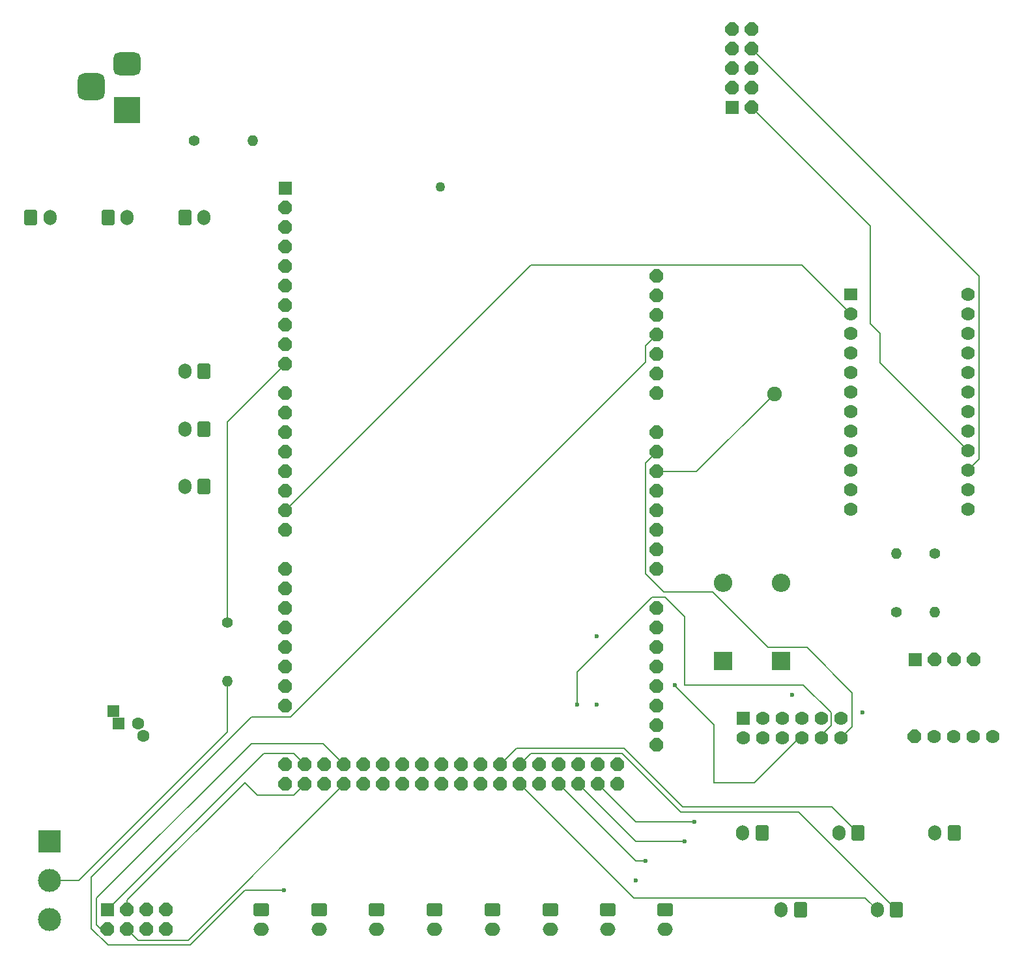
<source format=gbr>
%TF.GenerationSoftware,KiCad,Pcbnew,8.0.5*%
%TF.CreationDate,2024-10-16T12:35:09-06:00*%
%TF.ProjectId,main V4,6d61696e-2056-4342-9e6b-696361645f70,rev?*%
%TF.SameCoordinates,Original*%
%TF.FileFunction,Copper,L1,Top*%
%TF.FilePolarity,Positive*%
%FSLAX46Y46*%
G04 Gerber Fmt 4.6, Leading zero omitted, Abs format (unit mm)*
G04 Created by KiCad (PCBNEW 8.0.5) date 2024-10-16 12:35:09*
%MOMM*%
%LPD*%
G01*
G04 APERTURE LIST*
G04 Aperture macros list*
%AMRoundRect*
0 Rectangle with rounded corners*
0 $1 Rounding radius*
0 $2 $3 $4 $5 $6 $7 $8 $9 X,Y pos of 4 corners*
0 Add a 4 corners polygon primitive as box body*
4,1,4,$2,$3,$4,$5,$6,$7,$8,$9,$2,$3,0*
0 Add four circle primitives for the rounded corners*
1,1,$1+$1,$2,$3*
1,1,$1+$1,$4,$5*
1,1,$1+$1,$6,$7*
1,1,$1+$1,$8,$9*
0 Add four rect primitives between the rounded corners*
20,1,$1+$1,$2,$3,$4,$5,0*
20,1,$1+$1,$4,$5,$6,$7,0*
20,1,$1+$1,$6,$7,$8,$9,0*
20,1,$1+$1,$8,$9,$2,$3,0*%
%AMOutline5P*
0 Free polygon, 5 corners , with rotation*
0 The origin of the aperture is its center*
0 number of corners: always 5*
0 $1 to $10 corner X, Y*
0 $11 Rotation angle, in degrees counterclockwise*
0 create outline with 5 corners*
4,1,5,$1,$2,$3,$4,$5,$6,$7,$8,$9,$10,$1,$2,$11*%
%AMOutline6P*
0 Free polygon, 6 corners , with rotation*
0 The origin of the aperture is its center*
0 number of corners: always 6*
0 $1 to $12 corner X, Y*
0 $13 Rotation angle, in degrees counterclockwise*
0 create outline with 6 corners*
4,1,6,$1,$2,$3,$4,$5,$6,$7,$8,$9,$10,$11,$12,$1,$2,$13*%
%AMOutline7P*
0 Free polygon, 7 corners , with rotation*
0 The origin of the aperture is its center*
0 number of corners: always 7*
0 $1 to $14 corner X, Y*
0 $15 Rotation angle, in degrees counterclockwise*
0 create outline with 7 corners*
4,1,7,$1,$2,$3,$4,$5,$6,$7,$8,$9,$10,$11,$12,$13,$14,$1,$2,$15*%
%AMOutline8P*
0 Free polygon, 8 corners , with rotation*
0 The origin of the aperture is its center*
0 number of corners: always 8*
0 $1 to $16 corner X, Y*
0 $17 Rotation angle, in degrees counterclockwise*
0 create outline with 8 corners*
4,1,8,$1,$2,$3,$4,$5,$6,$7,$8,$9,$10,$11,$12,$13,$14,$15,$16,$1,$2,$17*%
G04 Aperture macros list end*
%TA.AperFunction,ComponentPad*%
%ADD10R,1.600000X1.600000*%
%TD*%
%TA.AperFunction,ComponentPad*%
%ADD11C,1.600000*%
%TD*%
%TA.AperFunction,ComponentPad*%
%ADD12R,1.778000X1.778000*%
%TD*%
%TA.AperFunction,ComponentPad*%
%ADD13Outline8P,-0.889000X0.368236X-0.368236X0.889000X0.368236X0.889000X0.889000X0.368236X0.889000X-0.368236X0.368236X-0.889000X-0.368236X-0.889000X-0.889000X-0.368236X0.000000*%
%TD*%
%TA.AperFunction,ComponentPad*%
%ADD14R,3.500000X3.500000*%
%TD*%
%TA.AperFunction,ComponentPad*%
%ADD15RoundRect,0.750000X-1.000000X0.750000X-1.000000X-0.750000X1.000000X-0.750000X1.000000X0.750000X0*%
%TD*%
%TA.AperFunction,ComponentPad*%
%ADD16RoundRect,0.875000X-0.875000X0.875000X-0.875000X-0.875000X0.875000X-0.875000X0.875000X0.875000X0*%
%TD*%
%TA.AperFunction,ComponentPad*%
%ADD17RoundRect,0.250000X-0.750000X0.600000X-0.750000X-0.600000X0.750000X-0.600000X0.750000X0.600000X0*%
%TD*%
%TA.AperFunction,ComponentPad*%
%ADD18O,2.000000X1.700000*%
%TD*%
%TA.AperFunction,ComponentPad*%
%ADD19C,1.400000*%
%TD*%
%TA.AperFunction,ComponentPad*%
%ADD20O,1.400000X1.400000*%
%TD*%
%TA.AperFunction,ComponentPad*%
%ADD21RoundRect,0.250000X-0.600000X-0.750000X0.600000X-0.750000X0.600000X0.750000X-0.600000X0.750000X0*%
%TD*%
%TA.AperFunction,ComponentPad*%
%ADD22O,1.700000X2.000000*%
%TD*%
%TA.AperFunction,ComponentPad*%
%ADD23RoundRect,0.250000X0.600000X0.750000X-0.600000X0.750000X-0.600000X-0.750000X0.600000X-0.750000X0*%
%TD*%
%TA.AperFunction,ComponentPad*%
%ADD24Outline8P,-0.889000X0.368236X-0.368236X0.889000X0.368236X0.889000X0.889000X0.368236X0.889000X-0.368236X0.368236X-0.889000X-0.368236X-0.889000X-0.889000X-0.368236X90.000000*%
%TD*%
%TA.AperFunction,ComponentPad*%
%ADD25R,2.400000X2.400000*%
%TD*%
%TA.AperFunction,ComponentPad*%
%ADD26O,2.400000X2.400000*%
%TD*%
%TA.AperFunction,ComponentPad*%
%ADD27C,1.778000*%
%TD*%
%TA.AperFunction,ComponentPad*%
%ADD28R,3.000000X3.000000*%
%TD*%
%TA.AperFunction,ComponentPad*%
%ADD29C,3.000000*%
%TD*%
%TA.AperFunction,ComponentPad*%
%ADD30Outline8P,-0.889000X0.368236X-0.368236X0.889000X0.368236X0.889000X0.889000X0.368236X0.889000X-0.368236X0.368236X-0.889000X-0.368236X-0.889000X-0.889000X-0.368236X180.000000*%
%TD*%
%TA.AperFunction,ComponentPad*%
%ADD31C,1.905000*%
%TD*%
%TA.AperFunction,ComponentPad*%
%ADD32R,1.778000X1.524000*%
%TD*%
%TA.AperFunction,ViaPad*%
%ADD33C,1.270000*%
%TD*%
%TA.AperFunction,ViaPad*%
%ADD34C,0.600000*%
%TD*%
%TA.AperFunction,Conductor*%
%ADD35C,0.200000*%
%TD*%
G04 APERTURE END LIST*
D10*
%TO.P,C2,1*%
%TO.N,/5V*%
X80740126Y-131674000D03*
X81411063Y-133274000D03*
D11*
%TO.P,C2,2*%
%TO.N,GND*%
X83911063Y-133274000D03*
X84582000Y-134874000D03*
%TD*%
D12*
%TO.P,U$2,CLK,CLK*%
%TO.N,Net-(R2-Pad1)*%
X184960000Y-125000000D03*
D13*
%TO.P,U$2,DIO,DIO*%
%TO.N,Net-(R3-Pad2)*%
X187500000Y-125000000D03*
%TO.P,U$2,GND,GND*%
%TO.N,GND*%
X190040000Y-125000000D03*
%TO.P,U$2,VCC,VCC*%
%TO.N,/5V*%
X192580000Y-125000000D03*
%TD*%
D14*
%TO.P,J1,1,1*%
%TO.N,/RAW_IN*%
X82500000Y-53500000D03*
D15*
%TO.P,J1,2,2*%
%TO.N,unconnected-(J1-Pad2)*%
X82500000Y-47500000D03*
D16*
%TO.P,J1,3,3*%
%TO.N,GND*%
X77800000Y-50500000D03*
%TD*%
D17*
%TO.P,SW6,1,S*%
%TO.N,Net-(SW6A-S)*%
X137500000Y-157500000D03*
D18*
%TO.P,SW6,2,S*%
%TO.N,GND*%
X137500000Y-160000000D03*
%TD*%
D17*
%TO.P,SW4,1,S*%
%TO.N,Net-(SW4A-S)*%
X122450000Y-157500000D03*
D18*
%TO.P,SW4,2,S*%
%TO.N,GND*%
X122450000Y-160000000D03*
%TD*%
D17*
%TO.P,SW1,1,S*%
%TO.N,Net-(SW1A-S)*%
X99950000Y-157500000D03*
D18*
%TO.P,SW1,2,S*%
%TO.N,GND*%
X99950000Y-160000000D03*
%TD*%
D19*
%TO.P,R2,1,1*%
%TO.N,Net-(R2-Pad1)*%
X182500000Y-118810000D03*
D20*
%TO.P,R2,2,2*%
%TO.N,/5V*%
X182500000Y-111190000D03*
%TD*%
D21*
%TO.P,POWER_LED0,1,S*%
%TO.N,/5V*%
X90000000Y-67500000D03*
D22*
%TO.P,POWER_LED0,2,S*%
%TO.N,Net-(POWER_LED0B-S)*%
X92500000Y-67500000D03*
%TD*%
D23*
%TO.P,JACK_CON3,1,S*%
%TO.N,Net-(JACK_CON3A-S)*%
X177500000Y-147500000D03*
D22*
%TO.P,JACK_CON3,2,S*%
%TO.N,Net-(JACK_CON3B-S)*%
X175000000Y-147500000D03*
%TD*%
D23*
%TO.P,JACK_CON1,1,S*%
%TO.N,Net-(JACK_CON1A-S)*%
X165000000Y-147500000D03*
D22*
%TO.P,JACK_CON1,2,S*%
%TO.N,Net-(JACK_CON1B-S)*%
X162500000Y-147500000D03*
%TD*%
D23*
%TO.P,SECTION_2_BUTTON0,1,KL*%
%TO.N,Net-(SECTION_2_BUTTON0A-KL)*%
X92500000Y-95000000D03*
D22*
%TO.P,SECTION_2_BUTTON0,2,KL*%
%TO.N,GND*%
X90000000Y-95000000D03*
%TD*%
D17*
%TO.P,SW5,1,S*%
%TO.N,Net-(SW5A-S)*%
X129950000Y-157500000D03*
D18*
%TO.P,SW5,2,S*%
%TO.N,GND*%
X129950000Y-160000000D03*
%TD*%
D21*
%TO.P,RESET0,1,S*%
%TO.N,/RESET*%
X80000000Y-67500000D03*
D22*
%TO.P,RESET0,2,S*%
%TO.N,GND*%
X82500000Y-67500000D03*
%TD*%
D21*
%TO.P,PWR_IN0,1,S*%
%TO.N,/RAW_IN*%
X70000000Y-67500000D03*
D22*
%TO.P,PWR_IN0,2,S*%
%TO.N,/5V*%
X72500000Y-67500000D03*
%TD*%
D24*
%TO.P,11,3V3,3V3*%
%TO.N,unconnected-(11-Pad3V3)*%
X163703000Y-43053000D03*
%TO.P,11,5V,5V*%
%TO.N,/5V*%
X161163000Y-43053000D03*
D12*
%TO.P,11,GND@1,GND*%
%TO.N,GND*%
X161163000Y-53213000D03*
D24*
%TO.P,11,GND@2,GND*%
X161163000Y-45593000D03*
%TO.P,11,INT,INT*%
%TO.N,unconnected-(11-PadINT)*%
X161163000Y-50673000D03*
%TO.P,11,MISO,MISO*%
%TO.N,Net-(U1-12)*%
X163703000Y-45593000D03*
%TO.P,11,MOSI,MOSI*%
%TO.N,Net-(U1-11)*%
X163703000Y-48133000D03*
%TO.P,11,RST,RST*%
%TO.N,/RESET*%
X161163000Y-48133000D03*
%TO.P,11,SCLK,SCLK*%
%TO.N,Net-(U1-13)*%
X163703000Y-53213000D03*
%TO.P,11,SCS,SCS*%
%TO.N,Net-(U1-10)*%
X163703000Y-50673000D03*
%TD*%
D25*
%TO.P,D2,1,K*%
%TO.N,Net-(D2-K)*%
X160000000Y-125160000D03*
D26*
%TO.P,D2,2,A*%
%TO.N,/3V3*%
X160000000Y-115000000D03*
%TD*%
D17*
%TO.P,SW3,1,S*%
%TO.N,Net-(SW3A-S)*%
X114950000Y-157500000D03*
D18*
%TO.P,SW3,2,S*%
%TO.N,GND*%
X114950000Y-160000000D03*
%TD*%
D23*
%TO.P,JACK_CON5,1,S*%
%TO.N,Net-(JACK_CON5A-S)*%
X190000000Y-147500000D03*
D22*
%TO.P,JACK_CON5,2,S*%
%TO.N,Net-(JACK_CON5B-S)*%
X187500000Y-147500000D03*
%TD*%
D19*
%TO.P,Neopixel Resistor,1,1*%
%TO.N,Net-(Neopixel Resistor1-Pad1)*%
X95504000Y-120142000D03*
D20*
%TO.P,Neopixel Resistor,2,2*%
%TO.N,Net-(X1B-KL)*%
X95504000Y-127762000D03*
%TD*%
D17*
%TO.P,SW2,1,S*%
%TO.N,Net-(SW2A-S)*%
X107450000Y-157500000D03*
D18*
%TO.P,SW2,2,S*%
%TO.N,GND*%
X107450000Y-160000000D03*
%TD*%
D12*
%TO.P,C1,3V3,3V3*%
%TO.N,Net-(D2-K)*%
X162560000Y-132588000D03*
D27*
%TO.P,C1,5V,5V*%
%TO.N,Net-(D1-K)*%
X165100000Y-132588000D03*
%TO.P,C1,GND,GND*%
%TO.N,GND*%
X167640000Y-132588000D03*
%TO.P,C1,MISO,MISO*%
%TO.N,/MISO*%
X172720000Y-135128000D03*
%TO.P,C1,MOSI,MOSI*%
%TO.N,/MOSI*%
X172720000Y-132588000D03*
%TO.P,C1,RST,Reset*%
%TO.N,/RESET*%
X175260000Y-132588000D03*
%TO.P,C1,SCK,SCK*%
%TO.N,/SCK*%
X170180000Y-132588000D03*
%TO.P,C1,SD_CS,SD_CS*%
%TO.N,/D48*%
X170180000Y-135128000D03*
%TO.P,C1,SPKR,SPKR*%
%TO.N,/D2*%
X162560000Y-135128000D03*
%TO.P,C1,TFT_CS,TFT_CS*%
%TO.N,/D53*%
X167640000Y-135128000D03*
%TO.P,C1,TFT_DC,TFT_DC*%
%TO.N,Net-(C1-PadTFT_DC)*%
X165100000Y-135128000D03*
%TO.P,C1,T_CS,Touch_CS*%
%TO.N,/Touch_CS*%
X175260000Y-135128000D03*
%TD*%
D19*
%TO.P,R1,1,1*%
%TO.N,Net-(POWER_LED0B-S)*%
X91190000Y-57500000D03*
D20*
%TO.P,R1,2,2*%
%TO.N,GND*%
X98810000Y-57500000D03*
%TD*%
D17*
%TO.P,SW8,1,S*%
%TO.N,Net-(SW8A-S)*%
X152450000Y-157500000D03*
D18*
%TO.P,SW8,2,S*%
%TO.N,GND*%
X152450000Y-160000000D03*
%TD*%
D12*
%TO.P,U$4,P1,P1*%
%TO.N,Net-(U$1-PadD22)*%
X79960000Y-157460000D03*
D13*
%TO.P,U$4,P2,P2*%
%TO.N,Net-(U$1-PadD23)*%
X82500000Y-157460000D03*
%TO.P,U$4,P3,P3*%
%TO.N,Net-(U$1-PadD24)*%
X85040000Y-157460000D03*
%TO.P,U$4,P4,P4*%
%TO.N,Net-(U$1-PadD25)*%
X87580000Y-157460000D03*
%TO.P,U$4,PA,PA*%
%TO.N,Net-(U$1-PadD26)*%
X79960000Y-160000000D03*
%TO.P,U$4,PB,PB*%
%TO.N,Net-(U$1-PadD27)*%
X82500000Y-160000000D03*
%TO.P,U$4,PC,PC*%
%TO.N,Net-(U$1-PadD28)*%
X85040000Y-160000000D03*
%TO.P,U$4,PD,PD*%
%TO.N,/D29*%
X87580000Y-160000000D03*
%TD*%
D17*
%TO.P,SW7,1,S*%
%TO.N,Net-(SW7A-S)*%
X144950000Y-157500000D03*
D18*
%TO.P,SW7,2,S*%
%TO.N,GND*%
X144950000Y-160000000D03*
%TD*%
D28*
%TO.P,X1,1,KL*%
%TO.N,/5V*%
X72390000Y-148590000D03*
D29*
%TO.P,X1,2,KL*%
%TO.N,Net-(X1B-KL)*%
X72390000Y-153670000D03*
%TO.P,X1,3,KL*%
%TO.N,GND*%
X72390000Y-158750000D03*
%TD*%
D30*
%TO.P,U$1,3V3,3V3*%
%TO.N,/3V3*%
X151328500Y-80210000D03*
%TO.P,U$1,5V@1,5V*%
%TO.N,Net-(U$1-5V-Pad5V@1)*%
X151328500Y-82750000D03*
%TO.P,U$1,5V@2,5V*%
X103068500Y-138630000D03*
%TO.P,U$1,5V@3,5V*%
X103068500Y-141170000D03*
%TO.P,U$1,A0,A0*%
%TO.N,unconnected-(U$1-PadA0)*%
X151328500Y-95450000D03*
%TO.P,U$1,A1,A1*%
%TO.N,/Touch_CS*%
X151328500Y-97990000D03*
%TO.P,U$1,A2,A2*%
%TO.N,Net-(U2-T_IRQ)*%
X151328500Y-100530000D03*
%TO.P,U$1,A3,A3*%
%TO.N,unconnected-(U$1-PadA3)*%
X151328500Y-103070000D03*
%TO.P,U$1,A4,A4*%
%TO.N,unconnected-(U$1-PadA4)*%
X151328500Y-105610000D03*
%TO.P,U$1,A5,A5*%
%TO.N,unconnected-(U$1-PadA5)*%
X151328500Y-108150000D03*
%TO.P,U$1,A6,A6*%
%TO.N,unconnected-(U$1-PadA6)*%
X151328500Y-110690000D03*
%TO.P,U$1,A7,A7*%
%TO.N,unconnected-(U$1-PadA7)*%
X151328500Y-113230000D03*
%TO.P,U$1,A8,A8*%
%TO.N,unconnected-(U$1-PadA8)*%
X151328500Y-118310000D03*
%TO.P,U$1,A9,A9*%
%TO.N,unconnected-(U$1-PadA9)*%
X151328500Y-120850000D03*
%TO.P,U$1,A10,A10*%
%TO.N,unconnected-(U$1-PadA10)*%
X151328500Y-123390000D03*
%TO.P,U$1,A11,A11*%
%TO.N,unconnected-(U$1-PadA11)*%
X151328500Y-125930000D03*
%TO.P,U$1,A12,A12*%
%TO.N,unconnected-(U$1-PadA12)*%
X151328500Y-128470000D03*
%TO.P,U$1,A13,A13*%
%TO.N,unconnected-(U$1-PadA13)*%
X151328500Y-131010000D03*
%TO.P,U$1,A14,A14*%
%TO.N,unconnected-(U$1-PadA14)*%
X151328500Y-133550000D03*
%TO.P,U$1,A15,A15*%
%TO.N,unconnected-(U$1-PadA15)*%
X151328500Y-136090000D03*
%TO.P,U$1,AREF,AREF*%
%TO.N,unconnected-(U$1-PadAREF)*%
X103068500Y-68780000D03*
%TO.P,U$1,D0,D0*%
%TO.N,Net-(U1-TXD)*%
X103068500Y-108150000D03*
%TO.P,U$1,D1,D1*%
%TO.N,Net-(U1-RXI)*%
X103068500Y-105610000D03*
%TO.P,U$1,D2,D2*%
%TO.N,/D2*%
X103068500Y-103070000D03*
%TO.P,U$1,D3,D3*%
%TO.N,unconnected-(U$1-PadD3)*%
X103068500Y-100530000D03*
%TO.P,U$1,D4,D4*%
%TO.N,Net-(R2-Pad1)*%
X103068500Y-97990000D03*
%TO.P,U$1,D5,D5*%
%TO.N,Net-(R3-Pad2)*%
X103068500Y-95450000D03*
%TO.P,U$1,D6,D6*%
%TO.N,unconnected-(U$1-PadD6)*%
X103068500Y-92910000D03*
%TO.P,U$1,D7,D7*%
%TO.N,unconnected-(U$1-PadD7)*%
X103068500Y-90370000D03*
%TO.P,U$1,D8,D8*%
%TO.N,Net-(Neopixel Resistor1-Pad1)*%
X103068500Y-86560000D03*
%TO.P,U$1,D9,D9*%
%TO.N,Net-(SECTION_1_BUTTON0A-KL)*%
X103068500Y-84020000D03*
%TO.P,U$1,D10,D10*%
%TO.N,Net-(SECTION_2_BUTTON0A-KL)*%
X103068500Y-81480000D03*
%TO.P,U$1,D11,D11*%
%TO.N,Net-(SECTION_3_BUTTON0A-KL)*%
X103068500Y-78940000D03*
%TO.P,U$1,D12,D12*%
%TO.N,unconnected-(U$1-PadD12)*%
X103068500Y-76400000D03*
%TO.P,U$1,D13,D13*%
%TO.N,unconnected-(U$1-PadD13)*%
X103068500Y-73860000D03*
%TO.P,U$1,D14,D14*%
%TO.N,unconnected-(U$1-PadD14)*%
X103068500Y-113230000D03*
%TO.P,U$1,D15,D15*%
%TO.N,unconnected-(U$1-PadD15)*%
X103068500Y-115770000D03*
%TO.P,U$1,D16,D16*%
%TO.N,unconnected-(U$1-PadD16)*%
X103068500Y-118310000D03*
%TO.P,U$1,D17,D17*%
%TO.N,unconnected-(U$1-PadD17)*%
X103068500Y-120850000D03*
%TO.P,U$1,D18,D18*%
%TO.N,unconnected-(U$1-PadD18)*%
X103068500Y-123390000D03*
%TO.P,U$1,D19,D19*%
%TO.N,unconnected-(U$1-PadD19)*%
X103068500Y-125930000D03*
%TO.P,U$1,D20,D20*%
%TO.N,Net-(U$1-PadD20)*%
X103068500Y-128470000D03*
%TO.P,U$1,D21,D21*%
%TO.N,/D21*%
X103068500Y-131010000D03*
%TO.P,U$1,D22,D22*%
%TO.N,Net-(U$1-PadD22)*%
X105608500Y-138630000D03*
%TO.P,U$1,D23,D23*%
%TO.N,Net-(U$1-PadD23)*%
X105608500Y-141170000D03*
%TO.P,U$1,D24,D24*%
%TO.N,Net-(U$1-PadD24)*%
X108148500Y-138630000D03*
%TO.P,U$1,D25,D25*%
%TO.N,Net-(U$1-PadD25)*%
X108148500Y-141170000D03*
%TO.P,U$1,D26,D26*%
%TO.N,Net-(U$1-PadD26)*%
X110688500Y-138630000D03*
%TO.P,U$1,D27,D27*%
%TO.N,Net-(U$1-PadD27)*%
X110688500Y-141170000D03*
%TO.P,U$1,D28,D28*%
%TO.N,Net-(U$1-PadD28)*%
X113228500Y-138630000D03*
%TO.P,U$1,D29,D29*%
%TO.N,/D29*%
X113228500Y-141170000D03*
%TO.P,U$1,D30,D30*%
%TO.N,Net-(SW1A-S)*%
X115768500Y-138630000D03*
%TO.P,U$1,D31,D31*%
%TO.N,Net-(SW2A-S)*%
X115768500Y-141170000D03*
%TO.P,U$1,D32,D32*%
%TO.N,Net-(SW3A-S)*%
X118308500Y-138630000D03*
%TO.P,U$1,D33,D33*%
%TO.N,Net-(SW4A-S)*%
X118308500Y-141170000D03*
%TO.P,U$1,D34,D34*%
%TO.N,Net-(SW5A-S)*%
X120848500Y-138630000D03*
%TO.P,U$1,D35,D35*%
%TO.N,Net-(SW6A-S)*%
X120848500Y-141170000D03*
%TO.P,U$1,D36,D36*%
%TO.N,Net-(SW7A-S)*%
X123388500Y-138630000D03*
%TO.P,U$1,D37,D37*%
%TO.N,Net-(SW8A-S)*%
X123388500Y-141170000D03*
%TO.P,U$1,D38,D38*%
%TO.N,Net-(JACK_CON1A-S)*%
X125928500Y-138630000D03*
%TO.P,U$1,D39,D39*%
%TO.N,Net-(JACK_CON1B-S)*%
X125928500Y-141170000D03*
%TO.P,U$1,D40,D40*%
%TO.N,Net-(JACK_CON2A-S)*%
X128468500Y-138630000D03*
%TO.P,U$1,D41,D41*%
%TO.N,Net-(JACK_CON2B-S)*%
X128468500Y-141170000D03*
%TO.P,U$1,D42,D42*%
%TO.N,Net-(JACK_CON3A-S)*%
X131008500Y-138630000D03*
%TO.P,U$1,D43,D43*%
%TO.N,Net-(JACK_CON3B-S)*%
X131008500Y-141170000D03*
%TO.P,U$1,D44,D44*%
%TO.N,Net-(JACK_CON4A-S)*%
X133548500Y-138630000D03*
%TO.P,U$1,D45,D45*%
%TO.N,Net-(JACK_CON4B-S)*%
X133548500Y-141170000D03*
%TO.P,U$1,D46,D46*%
%TO.N,Net-(JACK_CON5A-S)*%
X136088500Y-138630000D03*
%TO.P,U$1,D47,D47*%
%TO.N,Net-(JACK_CON5B-S)*%
X136088500Y-141170000D03*
%TO.P,U$1,D48,D48*%
%TO.N,/D48*%
X138628500Y-138630000D03*
%TO.P,U$1,D49,D49*%
%TO.N,Net-(C1-PadTFT_DC)*%
X138628500Y-141170000D03*
%TO.P,U$1,D50,D50*%
%TO.N,/MISO*%
X141168500Y-138630000D03*
%TO.P,U$1,D51,D51*%
%TO.N,/MOSI*%
X141168500Y-141170000D03*
%TO.P,U$1,D52,D52*%
%TO.N,/SCK*%
X143708500Y-138630000D03*
%TO.P,U$1,D53,D53*%
%TO.N,/D53*%
X143708500Y-141170000D03*
%TO.P,U$1,GND@1,GND*%
%TO.N,GND*%
X103068500Y-71320000D03*
%TO.P,U$1,GND@2,GND*%
X151328500Y-87830000D03*
%TO.P,U$1,GND@3,GND*%
X151328500Y-85290000D03*
%TO.P,U$1,GND@4,GND*%
X146248500Y-138630000D03*
%TO.P,U$1,GND@5,GND*%
X146248500Y-141170000D03*
%TO.P,U$1,IOREF,IOREF*%
%TO.N,unconnected-(U$1-PadIOREF)*%
X151328500Y-75130000D03*
%TO.P,U$1,RESET,RESET*%
%TO.N,/RESET*%
X151328500Y-77670000D03*
D12*
%TO.P,U$1,SCL,SCL*%
%TO.N,unconnected-(U$1-PadSCL)*%
X103068500Y-63700000D03*
D30*
%TO.P,U$1,SDA,SDA*%
%TO.N,unconnected-(U$1-PadSDA)*%
X103068500Y-66240000D03*
%TO.P,U$1,VIN,VIN*%
%TO.N,/5V*%
X151328500Y-90370000D03*
%TD*%
D31*
%TO.P,U2,1,T_IRQ*%
%TO.N,Net-(U2-T_IRQ)*%
X166624000Y-90424000D03*
%TD*%
D23*
%TO.P,JACK_CON2,1,S*%
%TO.N,Net-(JACK_CON2A-S)*%
X170000000Y-157500000D03*
D22*
%TO.P,JACK_CON2,2,S*%
%TO.N,Net-(JACK_CON2B-S)*%
X167500000Y-157500000D03*
%TD*%
D23*
%TO.P,SECTION_1_BUTTON0,1,KL*%
%TO.N,Net-(SECTION_1_BUTTON0A-KL)*%
X92500000Y-102500000D03*
D22*
%TO.P,SECTION_1_BUTTON0,2,KL*%
%TO.N,GND*%
X90000000Y-102500000D03*
%TD*%
D32*
%TO.P,U1,0,TXD*%
%TO.N,Net-(U1-TXD)*%
X176530000Y-77470000D03*
D27*
%TO.P,U1,1,RXI*%
%TO.N,Net-(U1-RXI)*%
X176530000Y-80010000D03*
%TO.P,U1,2,GND/RST*%
%TO.N,unconnected-(U1-GND{slash}RST-Pad2)*%
X176530000Y-82550000D03*
%TO.P,U1,3,GND*%
%TO.N,unconnected-(U1-GND-Pad3)*%
X176530000Y-85090000D03*
%TO.P,U1,4,2*%
%TO.N,unconnected-(U1-2-Pad4)*%
X176530000Y-87630000D03*
%TO.P,U1,5,3*%
%TO.N,unconnected-(U1-3-Pad5)*%
X176530000Y-90170000D03*
%TO.P,U1,6,4*%
%TO.N,unconnected-(U1-4-Pad6)*%
X176530000Y-92710000D03*
%TO.P,U1,7,5*%
%TO.N,unconnected-(U1-5-Pad7)*%
X176530000Y-95250000D03*
%TO.P,U1,8,6*%
%TO.N,unconnected-(U1-6-Pad8)*%
X176530000Y-97790000D03*
%TO.P,U1,9,7*%
%TO.N,unconnected-(U1-7-Pad9)*%
X176530000Y-100330000D03*
%TO.P,U1,10,8*%
%TO.N,unconnected-(U1-8-Pad10)*%
X176530000Y-102870000D03*
%TO.P,U1,11,9*%
%TO.N,unconnected-(U1-9-Pad11)*%
X176530000Y-105410000D03*
%TO.P,U1,12,10*%
%TO.N,Net-(U1-10)*%
X191770000Y-105410000D03*
%TO.P,U1,13,11*%
%TO.N,Net-(U1-11)*%
X191770000Y-102870000D03*
%TO.P,U1,14,12*%
%TO.N,Net-(U1-12)*%
X191770000Y-100330000D03*
%TO.P,U1,15,13*%
%TO.N,Net-(U1-13)*%
X191770000Y-97790000D03*
%TO.P,U1,16,A0*%
%TO.N,unconnected-(U1-A0-Pad16)*%
X191770000Y-95250000D03*
%TO.P,U1,17,A1*%
%TO.N,unconnected-(U1-A1-Pad17)*%
X191770000Y-92710000D03*
%TO.P,U1,18,A2*%
%TO.N,unconnected-(U1-A2-Pad18)*%
X191770000Y-90170000D03*
%TO.P,U1,19,A3*%
%TO.N,unconnected-(U1-A3-Pad19)*%
X191770000Y-87630000D03*
%TO.P,U1,20,VCC*%
%TO.N,/5V*%
X191770000Y-85090000D03*
%TO.P,U1,21,RST*%
%TO.N,/RESET*%
X191770000Y-82550000D03*
%TO.P,U1,22,GND*%
%TO.N,GND*%
X191770000Y-80010000D03*
%TO.P,U1,23,RAW*%
%TO.N,unconnected-(U1-RAW-Pad23)*%
X191770000Y-77470000D03*
%TD*%
D23*
%TO.P,JACK_CON4,1,S*%
%TO.N,Net-(JACK_CON4A-S)*%
X182500000Y-157500000D03*
D22*
%TO.P,JACK_CON4,2,S*%
%TO.N,Net-(JACK_CON4B-S)*%
X180000000Y-157500000D03*
%TD*%
D19*
%TO.P,R3,1,1*%
%TO.N,/5V*%
X187500000Y-111190000D03*
D20*
%TO.P,R3,2,2*%
%TO.N,Net-(R3-Pad2)*%
X187500000Y-118810000D03*
%TD*%
D27*
%TO.P,U$5,+,+*%
%TO.N,/5V*%
X192500000Y-135000000D03*
D13*
%TO.P,U$5,CLK,CLK*%
%TO.N,/D21*%
X184880000Y-135000000D03*
D27*
%TO.P,U$5,DT,DT*%
%TO.N,Net-(U$1-PadD20)*%
X187420000Y-135000000D03*
%TO.P,U$5,GND,GND*%
%TO.N,GND*%
X195040000Y-135000000D03*
%TO.P,U$5,SW,SW*%
%TO.N,unconnected-(U$5-PadSW)*%
X189960000Y-135000000D03*
%TD*%
D23*
%TO.P,SECTION_3_BUTTON0,1,KL*%
%TO.N,Net-(SECTION_3_BUTTON0A-KL)*%
X92500000Y-87500000D03*
D22*
%TO.P,SECTION_3_BUTTON0,2,KL*%
%TO.N,GND*%
X90000000Y-87500000D03*
%TD*%
D25*
%TO.P,D1,1,K*%
%TO.N,Net-(D1-K)*%
X167500000Y-125160000D03*
D26*
%TO.P,D1,2,A*%
%TO.N,/5V*%
X167500000Y-115000000D03*
%TD*%
D33*
%TO.N,/5V*%
X123190000Y-63500000D03*
D34*
%TO.N,Net-(JACK_CON5B-S)*%
X148590000Y-153670000D03*
%TO.N,/SCK*%
X143510000Y-121920000D03*
X168910000Y-129540000D03*
X143510000Y-130810000D03*
%TO.N,/MOSI*%
X178054000Y-131826000D03*
X154940000Y-148590000D03*
%TO.N,/D48*%
X153670000Y-128270000D03*
%TO.N,Net-(U$1-5V-Pad5V@1)*%
X102870000Y-154940000D03*
%TO.N,/D53*%
X156210000Y-146050000D03*
%TO.N,/MISO*%
X140970000Y-130810000D03*
%TO.N,Net-(C1-PadTFT_DC)*%
X149860000Y-151130000D03*
%TD*%
D35*
%TO.N,Net-(JACK_CON3A-S)*%
X154715958Y-144122800D02*
X147095958Y-136502800D01*
X133135700Y-136502800D02*
X131008500Y-138630000D01*
X174122800Y-144122800D02*
X154715958Y-144122800D01*
X177500000Y-147500000D02*
X174122800Y-144122800D01*
X147095958Y-136502800D02*
X133135700Y-136502800D01*
%TO.N,Net-(JACK_CON3B-S)*%
X131008500Y-141170000D02*
X131008500Y-141168500D01*
X131008500Y-141168500D02*
X130810000Y-140970000D01*
%TO.N,Net-(JACK_CON4A-S)*%
X146823736Y-137160000D02*
X135018500Y-137160000D01*
X169780000Y-144780000D02*
X154443736Y-144780000D01*
X182500000Y-157500000D02*
X169780000Y-144780000D01*
X135018500Y-137160000D02*
X133548500Y-138630000D01*
X154443736Y-144780000D02*
X146823736Y-137160000D01*
%TO.N,Net-(JACK_CON4B-S)*%
X133548500Y-141170000D02*
X148321300Y-155942800D01*
X178442800Y-155942800D02*
X180000000Y-157500000D01*
X148321300Y-155942800D02*
X178442800Y-155942800D01*
%TO.N,Net-(JACK_CON5B-S)*%
X187500000Y-147500000D02*
X187780000Y-147500000D01*
X187780000Y-147500000D02*
X187960000Y-147320000D01*
%TO.N,Net-(SW6A-S)*%
X137500000Y-157500000D02*
X137450000Y-157500000D01*
%TO.N,/MOSI*%
X141168500Y-141170000D02*
X148588500Y-148590000D01*
X148588500Y-148590000D02*
X149860000Y-148590000D01*
X149860000Y-148590000D02*
X154940000Y-148590000D01*
%TO.N,/D48*%
X153670000Y-128270000D02*
X153670000Y-128335236D01*
X153670000Y-128335236D02*
X158750000Y-133415236D01*
X158750000Y-140970000D02*
X164030000Y-140970000D01*
X158750000Y-133415236D02*
X158750000Y-140970000D01*
X164030000Y-140970000D02*
X170000000Y-135000000D01*
%TO.N,Net-(U$1-5V-Pad5V@1)*%
X149882300Y-86337700D02*
X149882300Y-84196200D01*
X98683800Y-132456200D02*
X103763800Y-132456200D01*
X90684522Y-162103400D02*
X80018164Y-162103400D01*
X149882300Y-84196200D02*
X151328500Y-82750000D01*
X80018164Y-162103400D02*
X77856600Y-159941836D01*
X102870000Y-154940000D02*
X97847922Y-154940000D01*
X103763800Y-132456200D02*
X149882300Y-86337700D01*
X77856600Y-153283400D02*
X98683800Y-132456200D01*
X77856600Y-159941836D02*
X77856600Y-153283400D01*
X97847922Y-154940000D02*
X90684522Y-162103400D01*
%TO.N,/D53*%
X149860000Y-146050000D02*
X156210000Y-146050000D01*
X143708500Y-141170000D02*
X148588500Y-146050000D01*
X148588500Y-146050000D02*
X149860000Y-146050000D01*
%TO.N,/MISO*%
X140970000Y-126623264D02*
X150729464Y-116863800D01*
X170395236Y-128270000D02*
X173986200Y-131860964D01*
X140970000Y-130810000D02*
X140970000Y-126623264D01*
X154940000Y-128270000D02*
X170395236Y-128270000D01*
X152423800Y-116863800D02*
X154940000Y-119380000D01*
X173986200Y-133553800D02*
X172540000Y-135000000D01*
X150729464Y-116863800D02*
X152423800Y-116863800D01*
X154940000Y-119380000D02*
X154940000Y-128270000D01*
X173986200Y-131860964D02*
X173986200Y-133553800D01*
%TO.N,/D2*%
X162560000Y-135180000D02*
X162380000Y-135000000D01*
X162560000Y-135180000D02*
X162560000Y-135890000D01*
%TO.N,Net-(U$1-PadD26)*%
X107948500Y-135890000D02*
X110688500Y-138630000D01*
X78513800Y-159442800D02*
X78513800Y-156013800D01*
X78513800Y-156013800D02*
X98637600Y-135890000D01*
X79071000Y-160000000D02*
X78513800Y-159442800D01*
X98637600Y-135890000D02*
X107948500Y-135890000D01*
X79960000Y-160000000D02*
X79071000Y-160000000D01*
%TO.N,Net-(U$1-PadD24)*%
X85070000Y-157460000D02*
X85090000Y-157480000D01*
X85070000Y-157460000D02*
X85040000Y-157460000D01*
%TO.N,Net-(C1-PadTFT_DC)*%
X148588500Y-151130000D02*
X149860000Y-151130000D01*
X138628500Y-141170000D02*
X148588500Y-151130000D01*
%TO.N,Net-(U$1-PadD22)*%
X79960000Y-157460000D02*
X79990000Y-157460000D01*
X104162300Y-137183800D02*
X105608500Y-138630000D01*
X79990000Y-157460000D02*
X80010000Y-157480000D01*
X100236200Y-137183800D02*
X104162300Y-137183800D01*
X79960000Y-157460000D02*
X100236200Y-137183800D01*
%TO.N,Net-(U$1-PadD23)*%
X99436200Y-142616200D02*
X104162300Y-142616200D01*
X104162300Y-142616200D02*
X105608500Y-141170000D01*
X82500000Y-157460000D02*
X82500000Y-156260000D01*
X97790000Y-140970000D02*
X99436200Y-142616200D01*
X82500000Y-156260000D02*
X97790000Y-140970000D01*
%TO.N,Net-(X1B-KL)*%
X95504000Y-134366000D02*
X95504000Y-127762000D01*
X76200000Y-153670000D02*
X95504000Y-134366000D01*
X72390000Y-153670000D02*
X76200000Y-153670000D01*
%TO.N,/Touch_CS*%
X151328500Y-97990000D02*
X149882300Y-99436200D01*
X149882300Y-113829036D02*
X152259864Y-116206600D01*
X149882300Y-99436200D02*
X149882300Y-113829036D01*
X165820800Y-123402800D02*
X170843064Y-123402800D01*
X176706200Y-129265936D02*
X176706200Y-133681800D01*
X158624600Y-116206600D02*
X165820800Y-123402800D01*
X176706200Y-133681800D02*
X175260000Y-135128000D01*
X152259864Y-116206600D02*
X158624600Y-116206600D01*
X170843064Y-123402800D02*
X176706200Y-129265936D01*
%TO.N,Net-(U2-T_IRQ)*%
X151328500Y-100530000D02*
X156518000Y-100530000D01*
X156518000Y-100530000D02*
X166624000Y-90424000D01*
%TO.N,Net-(U$1-PadD27)*%
X83946200Y-161446200D02*
X90412300Y-161446200D01*
X82500000Y-160000000D02*
X83946200Y-161446200D01*
X90412300Y-161446200D02*
X110688500Y-141170000D01*
%TO.N,Net-(U1-RXI)*%
X134994700Y-73683800D02*
X170203800Y-73683800D01*
X170203800Y-73683800D02*
X176530000Y-80010000D01*
X103068500Y-105610000D02*
X134994700Y-73683800D01*
%TO.N,Net-(U1-13)*%
X180340000Y-82550000D02*
X180340000Y-86360000D01*
X180340000Y-86360000D02*
X191770000Y-97790000D01*
X179070000Y-81280000D02*
X180340000Y-82550000D01*
X163830000Y-53340000D02*
X179070000Y-68580000D01*
X179070000Y-68580000D02*
X179070000Y-81280000D01*
%TO.N,Net-(U1-12)*%
X193216200Y-75106200D02*
X163830000Y-45720000D01*
X191770000Y-100330000D02*
X193216200Y-98883800D01*
X193216200Y-98883800D02*
X193216200Y-75106200D01*
%TO.N,Net-(Neopixel Resistor1-Pad1)*%
X95504000Y-120142000D02*
X95504000Y-94124500D01*
X101998500Y-87630000D02*
X103068500Y-86560000D01*
X95504000Y-94124500D02*
X103068500Y-86560000D01*
%TD*%
M02*

</source>
